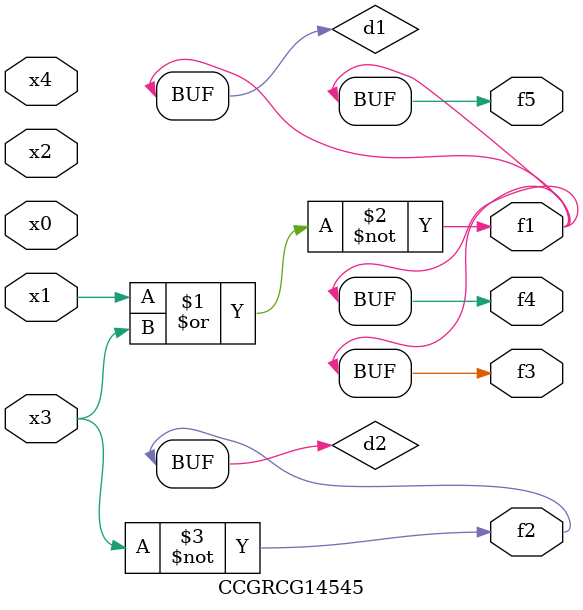
<source format=v>
module CCGRCG14545(
	input x0, x1, x2, x3, x4,
	output f1, f2, f3, f4, f5
);

	wire d1, d2;

	nor (d1, x1, x3);
	not (d2, x3);
	assign f1 = d1;
	assign f2 = d2;
	assign f3 = d1;
	assign f4 = d1;
	assign f5 = d1;
endmodule

</source>
